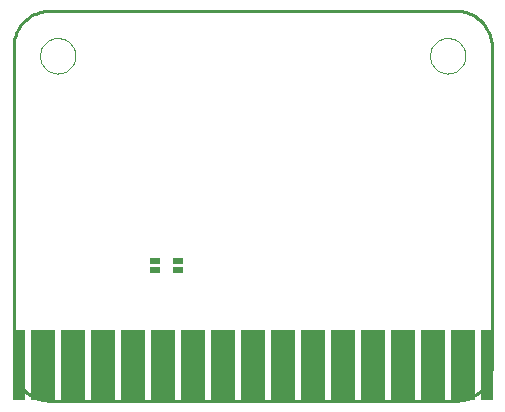
<source format=gbp>
G75*
G70*
%OFA0B0*%
%FSLAX24Y24*%
%IPPOS*%
%LPD*%
%AMOC8*
5,1,8,0,0,1.08239X$1,22.5*
%
%ADD10C,0.0100*%
%ADD11R,0.0787X0.2362*%
%ADD12R,0.0394X0.2362*%
%ADD13C,0.0000*%
%ADD14R,0.0350X0.0240*%
D10*
X001388Y000164D02*
X014932Y000164D01*
X014999Y000166D01*
X015066Y000172D01*
X015133Y000181D01*
X015199Y000194D01*
X015264Y000211D01*
X015328Y000231D01*
X015391Y000255D01*
X015453Y000283D01*
X015512Y000314D01*
X015570Y000348D01*
X015626Y000385D01*
X015680Y000426D01*
X015732Y000469D01*
X015781Y000515D01*
X015827Y000564D01*
X015870Y000616D01*
X015911Y000670D01*
X015948Y000726D01*
X015982Y000784D01*
X016013Y000843D01*
X016041Y000905D01*
X016065Y000968D01*
X016085Y001032D01*
X016102Y001097D01*
X016115Y001163D01*
X016124Y001230D01*
X016130Y001297D01*
X016132Y001364D01*
X016132Y011956D01*
X016130Y012023D01*
X016124Y012090D01*
X016115Y012157D01*
X016102Y012223D01*
X016085Y012288D01*
X016065Y012352D01*
X016041Y012415D01*
X016013Y012477D01*
X015982Y012536D01*
X015948Y012594D01*
X015911Y012650D01*
X015870Y012704D01*
X015827Y012756D01*
X015781Y012805D01*
X015732Y012851D01*
X015680Y012894D01*
X015626Y012935D01*
X015570Y012972D01*
X015512Y013006D01*
X015453Y013037D01*
X015391Y013065D01*
X015328Y013089D01*
X015264Y013109D01*
X015199Y013126D01*
X015133Y013139D01*
X015066Y013148D01*
X014999Y013154D01*
X014932Y013156D01*
X001388Y013156D01*
X001321Y013154D01*
X001254Y013148D01*
X001187Y013139D01*
X001121Y013126D01*
X001056Y013109D01*
X000992Y013089D01*
X000929Y013065D01*
X000867Y013037D01*
X000808Y013006D01*
X000750Y012972D01*
X000694Y012935D01*
X000640Y012894D01*
X000588Y012851D01*
X000539Y012805D01*
X000493Y012756D01*
X000450Y012704D01*
X000409Y012650D01*
X000372Y012594D01*
X000338Y012536D01*
X000307Y012477D01*
X000279Y012415D01*
X000255Y012352D01*
X000235Y012288D01*
X000218Y012223D01*
X000205Y012157D01*
X000196Y012090D01*
X000190Y012023D01*
X000188Y011956D01*
X000188Y001364D01*
X000190Y001297D01*
X000196Y001230D01*
X000205Y001163D01*
X000218Y001097D01*
X000235Y001032D01*
X000255Y000968D01*
X000279Y000905D01*
X000307Y000843D01*
X000338Y000784D01*
X000372Y000726D01*
X000409Y000670D01*
X000450Y000616D01*
X000493Y000564D01*
X000539Y000515D01*
X000588Y000469D01*
X000640Y000426D01*
X000694Y000385D01*
X000750Y000348D01*
X000808Y000314D01*
X000867Y000283D01*
X000929Y000255D01*
X000992Y000231D01*
X001056Y000211D01*
X001121Y000194D01*
X001187Y000181D01*
X001254Y000172D01*
X001321Y000166D01*
X001388Y000164D01*
D11*
X001160Y001348D03*
X002160Y001348D03*
X003160Y001348D03*
X004160Y001348D03*
X005160Y001348D03*
X006160Y001348D03*
X007160Y001348D03*
X008160Y001348D03*
X009160Y001348D03*
X010160Y001348D03*
X011160Y001348D03*
X012160Y001348D03*
X013160Y001348D03*
X014160Y001348D03*
X015160Y001348D03*
D12*
X015955Y001348D03*
X000365Y001348D03*
D13*
X001069Y011660D02*
X001071Y011708D01*
X001077Y011756D01*
X001087Y011803D01*
X001100Y011849D01*
X001118Y011894D01*
X001138Y011938D01*
X001163Y011980D01*
X001191Y012019D01*
X001221Y012056D01*
X001255Y012090D01*
X001292Y012122D01*
X001330Y012151D01*
X001371Y012176D01*
X001414Y012198D01*
X001459Y012216D01*
X001505Y012230D01*
X001552Y012241D01*
X001600Y012248D01*
X001648Y012251D01*
X001696Y012250D01*
X001744Y012245D01*
X001792Y012236D01*
X001838Y012224D01*
X001883Y012207D01*
X001927Y012187D01*
X001969Y012164D01*
X002009Y012137D01*
X002047Y012107D01*
X002082Y012074D01*
X002114Y012038D01*
X002144Y012000D01*
X002170Y011959D01*
X002192Y011916D01*
X002212Y011872D01*
X002227Y011827D01*
X002239Y011780D01*
X002247Y011732D01*
X002251Y011684D01*
X002251Y011636D01*
X002247Y011588D01*
X002239Y011540D01*
X002227Y011493D01*
X002212Y011448D01*
X002192Y011404D01*
X002170Y011361D01*
X002144Y011320D01*
X002114Y011282D01*
X002082Y011246D01*
X002047Y011213D01*
X002009Y011183D01*
X001969Y011156D01*
X001927Y011133D01*
X001883Y011113D01*
X001838Y011096D01*
X001792Y011084D01*
X001744Y011075D01*
X001696Y011070D01*
X001648Y011069D01*
X001600Y011072D01*
X001552Y011079D01*
X001505Y011090D01*
X001459Y011104D01*
X001414Y011122D01*
X001371Y011144D01*
X001330Y011169D01*
X001292Y011198D01*
X001255Y011230D01*
X001221Y011264D01*
X001191Y011301D01*
X001163Y011340D01*
X001138Y011382D01*
X001118Y011426D01*
X001100Y011471D01*
X001087Y011517D01*
X001077Y011564D01*
X001071Y011612D01*
X001069Y011660D01*
X014069Y011660D02*
X014071Y011708D01*
X014077Y011756D01*
X014087Y011803D01*
X014100Y011849D01*
X014118Y011894D01*
X014138Y011938D01*
X014163Y011980D01*
X014191Y012019D01*
X014221Y012056D01*
X014255Y012090D01*
X014292Y012122D01*
X014330Y012151D01*
X014371Y012176D01*
X014414Y012198D01*
X014459Y012216D01*
X014505Y012230D01*
X014552Y012241D01*
X014600Y012248D01*
X014648Y012251D01*
X014696Y012250D01*
X014744Y012245D01*
X014792Y012236D01*
X014838Y012224D01*
X014883Y012207D01*
X014927Y012187D01*
X014969Y012164D01*
X015009Y012137D01*
X015047Y012107D01*
X015082Y012074D01*
X015114Y012038D01*
X015144Y012000D01*
X015170Y011959D01*
X015192Y011916D01*
X015212Y011872D01*
X015227Y011827D01*
X015239Y011780D01*
X015247Y011732D01*
X015251Y011684D01*
X015251Y011636D01*
X015247Y011588D01*
X015239Y011540D01*
X015227Y011493D01*
X015212Y011448D01*
X015192Y011404D01*
X015170Y011361D01*
X015144Y011320D01*
X015114Y011282D01*
X015082Y011246D01*
X015047Y011213D01*
X015009Y011183D01*
X014969Y011156D01*
X014927Y011133D01*
X014883Y011113D01*
X014838Y011096D01*
X014792Y011084D01*
X014744Y011075D01*
X014696Y011070D01*
X014648Y011069D01*
X014600Y011072D01*
X014552Y011079D01*
X014505Y011090D01*
X014459Y011104D01*
X014414Y011122D01*
X014371Y011144D01*
X014330Y011169D01*
X014292Y011198D01*
X014255Y011230D01*
X014221Y011264D01*
X014191Y011301D01*
X014163Y011340D01*
X014138Y011382D01*
X014118Y011426D01*
X014100Y011471D01*
X014087Y011517D01*
X014077Y011564D01*
X014071Y011612D01*
X014069Y011660D01*
D14*
X005660Y004810D03*
X005660Y004510D03*
X004910Y004510D03*
X004910Y004810D03*
M02*

</source>
